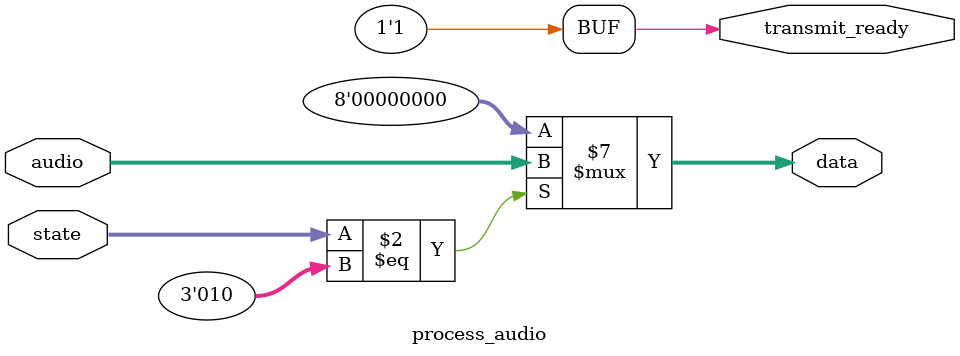
<source format=sv>

module speechrec(input  logic       clk, sck, sdi, //ss,
                 output logic       sdo,
                 output logic [7:0] led);

    // Extra signals
    logic input_ready;     // Keep track of whether or not input audio has been
                           // received and processing is ready to begin
    logic transmit_ready;  // Keep track of whether or not processing is complete
                           // and data is ready to be sent back to master
    logic [7:0]     data;  // Temporary data to send to master
    //logic [39999:0] audio; // Input audio data
    logic [7:0]     audio; // TODO: Received data for testing
    //logic [15:0]    count; // Keep count of bits of data received
    logic [3:0]     count; // TODO: Shortened counter for testing
	 logic [7:0] data_copy;
	 logic 		enable_processing;
	 logic 		complete_send;

    // State signals
    typedef enum logic [2:0] {S0=3'b000, S1=3'b001, S2=3'b010, S3=3'b011, S4=3'b100} statetype;
    statetype state, nextstate;

    // State register
    always_ff @(posedge clk)
        state <= nextstate;

    // Next state logic
    always_comb begin
        case(state)
            S0: nextstate =             ss ? S1 : S0; // S0: Wait for master to send input audio
            S1: nextstate =    input_ready ? S2 : S1; // S1: Receive the audio
            S2: nextstate = transmit_ready ? S3 : S2; // S2: Process the audio
            S3: nextstate =             ss ? S4 : S3; // S3: Wait for master to be ready
            S4: nextstate =  transmit_done ? S0 : S4; // S4: Transmit the audio
            default: nextstate = S0;
        endcase
    end

    // Output logic
 //   always_comb begin
        //input_ready =    (count == 16'h9C40);  // Stop when we have received 5000 1-byte samples
   //     input_ready    = (count = 4'b1000);    // TODO: Shortened counter for testing
   //     transmit_ready = (data != 7'b0000000); // Ready to transmit when there is data to send
    //    enable_processing = (state == S2);      // Only process in state 2
 //   end

    spi_receive	receiver(state, sck, sdi, ss, audio, led, input_ready);
    spi_send		transmitter(state, sck, data, sdo, transmit_done);
    process_audio	processor(state, audio, data, transmit_ready);

endmodule


module spi_receive(input logic [2:0]  state,
						 input  logic       sck, sdi, en,
                   output logic [7:0] audio,
                   output logic [7:0] led,
                   output logic       input_ready);

logic [3:0] count;

    // Only receive if enable is high
    // TODO: Reset count at some point
    always_ff @(posedge sck)	
	     if ( (state == 3'b001) && en) begin
			  if (count == 4'b1000) begin
					count <= 4'b0;
					input_ready <= 1'b1;
					audio <= {audio[6:0], sdi};
			  end else begin
					count <= count + 4'b1;
					input_ready <= 1'b0;
					audio <= {audio[6:0], sdi};
			  end
		  end


    // TODO: For debugging, write the received data to the LED bar
    assign led = audio;

endmodule



module spi_send(input logic [2:0]  state,
					 input  logic       sck,
                input  logic [7:0] data,
                output logic       sdo,
					 output logic		  transmit_done);

logic [3:0] count;
    
	 // Only transmit if enable is high
    always_ff @(negedge sck)
        if (state == 3'b100) begin   
            if (count == 4'b0111) begin
                count <= 4'b0;
					 transmit_done = 1'b1;
					 
            end else begin
                count <= count + 4'b0001;
					 transmit_done = 1'b0;
            end

            sdo <= data[count];
            
        end

endmodule


module process_audio(//input  logic [39999:0] audio,
							input logic [2:0]	state,
                     input  logic     [7:0] audio,
                     output logic     [7:0] data,
                     output logic           transmit_ready);
     
    // TODO: Audio processing algorithm will go here
    // TODO: For now, write the received char back to data
    always_comb begin
        if (state == 3'b010) begin
            data = audio;
            transmit_ready = 1;
        end else
            data = '0;
            transmit_ready = '1;
    end
endmodule
</source>
